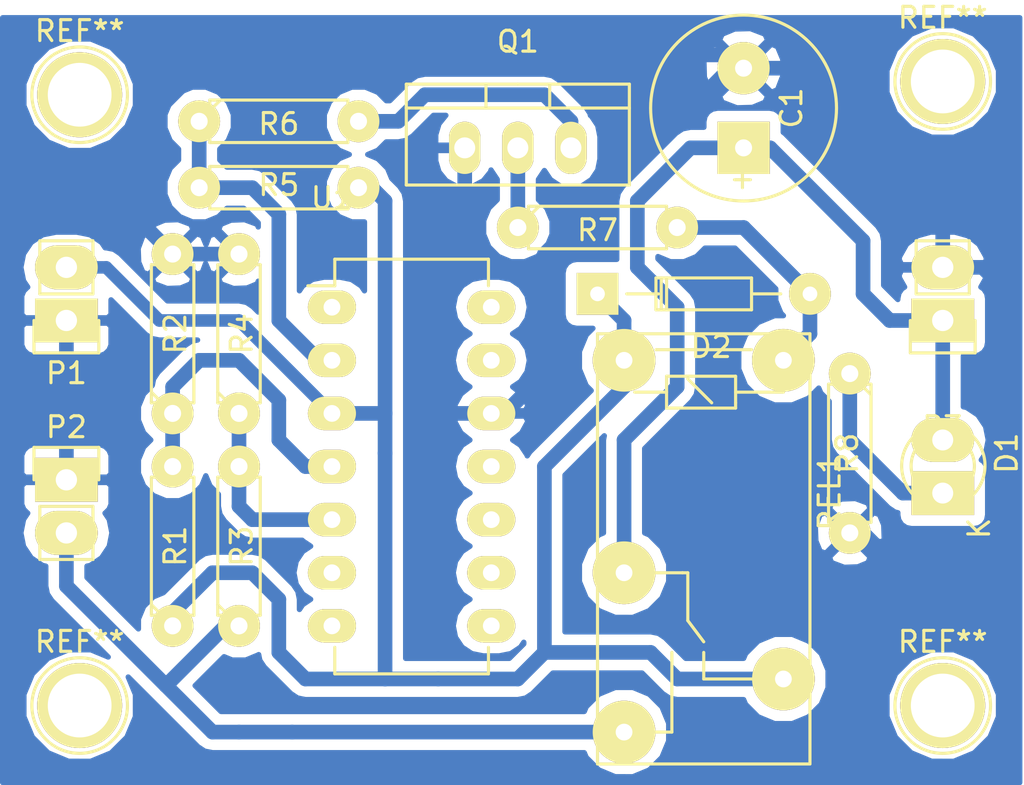
<source format=kicad_pcb>
(kicad_pcb (version 4) (host pcbnew 4.0.2+dfsg1-stable)

  (general
    (links 30)
    (no_connects 0)
    (area 0 0 0 0)
    (thickness 1.6)
    (drawings 0)
    (tracks 112)
    (zones 0)
    (modules 21)
    (nets 12)
  )

  (page A4)
  (layers
    (0 F.Cu signal)
    (31 B.Cu signal)
    (32 B.Adhes user)
    (33 F.Adhes user)
    (34 B.Paste user)
    (35 F.Paste user)
    (36 B.SilkS user)
    (37 F.SilkS user)
    (38 B.Mask user)
    (39 F.Mask user)
    (40 Dwgs.User user)
    (41 Cmts.User user)
    (42 Eco1.User user)
    (43 Eco2.User user)
    (44 Edge.Cuts user)
    (45 Margin user)
    (46 B.CrtYd user)
    (47 F.CrtYd user)
    (48 B.Fab user)
    (49 F.Fab user)
  )

  (setup
    (last_trace_width 0.25)
    (user_trace_width 0.4)
    (user_trace_width 0.5)
    (user_trace_width 0.6)
    (user_trace_width 0.7)
    (trace_clearance 0.2)
    (zone_clearance 0.508)
    (zone_45_only no)
    (trace_min 0.2)
    (segment_width 0.2)
    (edge_width 0.15)
    (via_size 0.6)
    (via_drill 0.4)
    (via_min_size 0.4)
    (via_min_drill 0.3)
    (uvia_size 0.3)
    (uvia_drill 0.1)
    (uvias_allowed no)
    (uvia_min_size 0.2)
    (uvia_min_drill 0.1)
    (pcb_text_width 0.3)
    (pcb_text_size 1.5 1.5)
    (mod_edge_width 0.15)
    (mod_text_size 1 1)
    (mod_text_width 0.15)
    (pad_size 2 2)
    (pad_drill 0.70104)
    (pad_to_mask_clearance 0.2)
    (aux_axis_origin 0 0)
    (visible_elements FFFFFF7F)
    (pcbplotparams
      (layerselection 0x00030_80000001)
      (usegerberextensions false)
      (excludeedgelayer true)
      (linewidth 0.100000)
      (plotframeref false)
      (viasonmask false)
      (mode 1)
      (useauxorigin false)
      (hpglpennumber 1)
      (hpglpenspeed 20)
      (hpglpendiameter 15)
      (hpglpenoverlay 2)
      (psnegative false)
      (psa4output false)
      (plotreference true)
      (plotvalue true)
      (plotinvisibletext false)
      (padsonsilk false)
      (subtractmaskfromsilk false)
      (outputformat 1)
      (mirror false)
      (drillshape 1)
      (scaleselection 1)
      (outputdirectory ""))
  )

  (net 0 "")
  (net 1 "Net-(C1-Pad1)")
  (net 2 GND)
  (net 3 "Net-(D1-Pad1)")
  (net 4 "Net-(P1-Pad2)")
  (net 5 "Net-(Q1-Pad2)")
  (net 6 "Net-(Q1-Pad3)")
  (net 7 "Net-(R1-Pad2)")
  (net 8 "Net-(R3-Pad2)")
  (net 9 "Net-(R5-Pad2)")
  (net 10 "Net-(D2-Pad2)")
  (net 11 "Net-(D2-Pad1)")

  (net_class Default "This is the default net class."
    (clearance 0.2)
    (trace_width 0.25)
    (via_dia 0.6)
    (via_drill 0.4)
    (uvia_dia 0.3)
    (uvia_drill 0.1)
    (add_net GND)
    (add_net "Net-(C1-Pad1)")
    (add_net "Net-(D1-Pad1)")
    (add_net "Net-(D2-Pad1)")
    (add_net "Net-(D2-Pad2)")
    (add_net "Net-(P1-Pad2)")
    (add_net "Net-(Q1-Pad2)")
    (add_net "Net-(Q1-Pad3)")
    (add_net "Net-(R1-Pad2)")
    (add_net "Net-(R3-Pad2)")
    (add_net "Net-(R5-Pad2)")
  )

  (module Connect:1pin (layer F.Cu) (tedit 0) (tstamp 58A56A5B)
    (at 123.19 106.68)
    (descr "module 1 pin (ou trou mecanique de percage)")
    (tags DEV)
    (fp_text reference REF** (at 0 -3.048) (layer F.SilkS)
      (effects (font (size 1 1) (thickness 0.15)))
    )
    (fp_text value 1pin (at 0 2.794) (layer F.Fab)
      (effects (font (size 1 1) (thickness 0.15)))
    )
    (fp_circle (center 0 0) (end 0 -2.286) (layer F.SilkS) (width 0.15))
    (pad 1 thru_hole circle (at 0 0) (size 4.064 4.064) (drill 3.048) (layers *.Cu *.Mask F.SilkS))
  )

  (module Connect:1pin (layer F.Cu) (tedit 0) (tstamp 58A56A56)
    (at 123.19 76.835)
    (descr "module 1 pin (ou trou mecanique de percage)")
    (tags DEV)
    (fp_text reference REF** (at 0 -3.048) (layer F.SilkS)
      (effects (font (size 1 1) (thickness 0.15)))
    )
    (fp_text value 1pin (at 0 2.794) (layer F.Fab)
      (effects (font (size 1 1) (thickness 0.15)))
    )
    (fp_circle (center 0 0) (end 0 -2.286) (layer F.SilkS) (width 0.15))
    (pad 1 thru_hole circle (at 0 0) (size 4.064 4.064) (drill 3.048) (layers *.Cu *.Mask F.SilkS))
  )

  (module Connect:1pin (layer F.Cu) (tedit 0) (tstamp 58A56A21)
    (at 81.915 106.68)
    (descr "module 1 pin (ou trou mecanique de percage)")
    (tags DEV)
    (fp_text reference REF** (at 0 -3.048) (layer F.SilkS)
      (effects (font (size 1 1) (thickness 0.15)))
    )
    (fp_text value 1pin (at 0 2.794) (layer F.Fab)
      (effects (font (size 1 1) (thickness 0.15)))
    )
    (fp_circle (center 0 0) (end 0 -2.286) (layer F.SilkS) (width 0.15))
    (pad 1 thru_hole circle (at 0 0) (size 4.064 4.064) (drill 3.048) (layers *.Cu *.Mask F.SilkS))
  )

  (module Discret:C1.5V8V (layer F.Cu) (tedit 589B636F) (tstamp 589B5EAB)
    (at 113.665 78.105 90)
    (path /589A419F)
    (fp_text reference C1 (at 0 2.286 90) (layer F.SilkS)
      (effects (font (size 1 1) (thickness 0.15)))
    )
    (fp_text value "1000u, 10V" (at 0 -2.286 90) (layer F.Fab)
      (effects (font (size 1 1) (thickness 0.15)))
    )
    (fp_text user + (at -3.429 -0.127 90) (layer F.SilkS)
      (effects (font (size 1 1) (thickness 0.15)))
    )
    (fp_circle (center 0 0) (end 0 4.445) (layer F.SilkS) (width 0.15))
    (pad 1 thru_hole rect (at -1.905 0 90) (size 2.5 2.5) (drill 0.8128) (layers *.Cu *.Mask F.SilkS)
      (net 1 "Net-(C1-Pad1)"))
    (pad 2 thru_hole circle (at 1.905 0 90) (size 2.5 2.5) (drill 0.8128) (layers *.Cu *.Mask F.SilkS)
      (net 2 GND))
    (model Discret.3dshapes/C1.5V8V.wrl
      (at (xyz 0 0 0))
      (scale (xyz 1.5 1.5 1))
      (rotate (xyz 0 0 0))
    )
  )

  (module LEDs:LED-3MM (layer F.Cu) (tedit 589B6391) (tstamp 589B5EB1)
    (at 123.19 96.52 90)
    (descr "LED 3mm round vertical")
    (tags "LED  3mm round vertical")
    (path /589A41EA)
    (fp_text reference D1 (at 1.91 3.06 90) (layer F.SilkS)
      (effects (font (size 1 1) (thickness 0.15)))
    )
    (fp_text value LED (at 1.3 -2.9 90) (layer F.Fab)
      (effects (font (size 1 1) (thickness 0.15)))
    )
    (fp_line (start -1.2 2.3) (end 3.8 2.3) (layer F.CrtYd) (width 0.05))
    (fp_line (start 3.8 2.3) (end 3.8 -2.2) (layer F.CrtYd) (width 0.05))
    (fp_line (start 3.8 -2.2) (end -1.2 -2.2) (layer F.CrtYd) (width 0.05))
    (fp_line (start -1.2 -2.2) (end -1.2 2.3) (layer F.CrtYd) (width 0.05))
    (fp_line (start -0.199 1.314) (end -0.199 1.114) (layer F.SilkS) (width 0.15))
    (fp_line (start -0.199 -1.28) (end -0.199 -1.1) (layer F.SilkS) (width 0.15))
    (fp_arc (start 1.301 0.034) (end -0.199 -1.286) (angle 108.5) (layer F.SilkS) (width 0.15))
    (fp_arc (start 1.301 0.034) (end 0.25 -1.1) (angle 85.7) (layer F.SilkS) (width 0.15))
    (fp_arc (start 1.311 0.034) (end 3.051 0.994) (angle 110) (layer F.SilkS) (width 0.15))
    (fp_arc (start 1.301 0.034) (end 2.335 1.094) (angle 87.5) (layer F.SilkS) (width 0.15))
    (fp_text user K (at -1.69 1.74 90) (layer F.SilkS)
      (effects (font (size 1 1) (thickness 0.15)))
    )
    (pad 1 thru_hole rect (at 0 0 180) (size 3 2.1) (drill 1.00076) (layers *.Cu *.Mask F.SilkS)
      (net 3 "Net-(D1-Pad1)"))
    (pad 2 thru_hole oval (at 2.54 0 90) (size 2.1 3) (drill 1.00076) (layers *.Cu *.Mask F.SilkS)
      (net 1 "Net-(C1-Pad1)"))
    (model LEDs.3dshapes/LED-3MM.wrl
      (at (xyz 0.05 0 0))
      (scale (xyz 1 1 1))
      (rotate (xyz 0 0 90))
    )
  )

  (module Pin_Headers:Pin_Header_Straight_1x02 (layer F.Cu) (tedit 54EA090C) (tstamp 589B5EB7)
    (at 81.28 95.885)
    (descr "Through hole pin header")
    (tags "pin header")
    (path /589A4C4D)
    (fp_text reference P1 (at 0 -5.1) (layer F.SilkS)
      (effects (font (size 1 1) (thickness 0.15)))
    )
    (fp_text value Bypass (at 0 -3.1) (layer F.Fab)
      (effects (font (size 1 1) (thickness 0.15)))
    )
    (fp_line (start 1.27 1.27) (end 1.27 3.81) (layer F.SilkS) (width 0.15))
    (fp_line (start 1.55 -1.55) (end 1.55 0) (layer F.SilkS) (width 0.15))
    (fp_line (start -1.75 -1.75) (end -1.75 4.3) (layer F.CrtYd) (width 0.05))
    (fp_line (start 1.75 -1.75) (end 1.75 4.3) (layer F.CrtYd) (width 0.05))
    (fp_line (start -1.75 -1.75) (end 1.75 -1.75) (layer F.CrtYd) (width 0.05))
    (fp_line (start -1.75 4.3) (end 1.75 4.3) (layer F.CrtYd) (width 0.05))
    (fp_line (start 1.27 1.27) (end -1.27 1.27) (layer F.SilkS) (width 0.15))
    (fp_line (start -1.55 0) (end -1.55 -1.55) (layer F.SilkS) (width 0.15))
    (fp_line (start -1.55 -1.55) (end 1.55 -1.55) (layer F.SilkS) (width 0.15))
    (fp_line (start -1.27 1.27) (end -1.27 3.81) (layer F.SilkS) (width 0.15))
    (fp_line (start -1.27 3.81) (end 1.27 3.81) (layer F.SilkS) (width 0.15))
    (pad 1 thru_hole rect (at 0 0) (size 3 2.1) (drill 1.016) (layers *.Cu *.Mask F.SilkS)
      (net 2 GND))
    (pad 2 thru_hole oval (at 0 2.54) (size 3 2.1) (drill 1.016) (layers *.Cu *.Mask F.SilkS)
      (net 4 "Net-(P1-Pad2)"))
    (model Pin_Headers.3dshapes/Pin_Header_Straight_1x02.wrl
      (at (xyz 0 -0.05 0))
      (scale (xyz 1 1 1))
      (rotate (xyz 0 0 90))
    )
  )

  (module Pin_Headers:Pin_Header_Straight_1x02 (layer F.Cu) (tedit 589B6341) (tstamp 589B5EBD)
    (at 81.28 88.265 180)
    (descr "Through hole pin header")
    (tags "pin header")
    (path /589A4C9E)
    (fp_text reference P2 (at 0 -5.1 180) (layer F.SilkS)
      (effects (font (size 1 1) (thickness 0.15)))
    )
    (fp_text value Bat.out (at 0 -3.1 180) (layer F.Fab)
      (effects (font (size 1 1) (thickness 0.15)))
    )
    (fp_line (start 1.27 1.27) (end 1.27 3.81) (layer F.SilkS) (width 0.15))
    (fp_line (start 1.55 -1.55) (end 1.55 0) (layer F.SilkS) (width 0.15))
    (fp_line (start -1.75 -1.75) (end -1.75 4.3) (layer F.CrtYd) (width 0.05))
    (fp_line (start 1.75 -1.75) (end 1.75 4.3) (layer F.CrtYd) (width 0.05))
    (fp_line (start -1.75 -1.75) (end 1.75 -1.75) (layer F.CrtYd) (width 0.05))
    (fp_line (start -1.75 4.3) (end 1.75 4.3) (layer F.CrtYd) (width 0.05))
    (fp_line (start 1.27 1.27) (end -1.27 1.27) (layer F.SilkS) (width 0.15))
    (fp_line (start -1.55 0) (end -1.55 -1.55) (layer F.SilkS) (width 0.15))
    (fp_line (start -1.55 -1.55) (end 1.55 -1.55) (layer F.SilkS) (width 0.15))
    (fp_line (start -1.27 1.27) (end -1.27 3.81) (layer F.SilkS) (width 0.15))
    (fp_line (start -1.27 3.81) (end 1.27 3.81) (layer F.SilkS) (width 0.15))
    (pad 1 thru_hole rect (at 0 0 180) (size 3 2.1) (drill 1.016) (layers *.Cu *.Mask F.SilkS)
      (net 2 GND))
    (pad 2 thru_hole oval (at 0 2.54 180) (size 3 2.1) (drill 1.016) (layers *.Cu *.Mask F.SilkS)
      (net 11 "Net-(D2-Pad1)"))
    (model Pin_Headers.3dshapes/Pin_Header_Straight_1x02.wrl
      (at (xyz 0 -0.05 0))
      (scale (xyz 1 1 1))
      (rotate (xyz 0 0 90))
    )
  )

  (module Pin_Headers:Pin_Header_Straight_1x02 (layer F.Cu) (tedit 54EA090C) (tstamp 589B5EC3)
    (at 123.19 88.265 180)
    (descr "Through hole pin header")
    (tags "pin header")
    (path /589A9132)
    (fp_text reference P3 (at 0 -5.1 180) (layer F.SilkS)
      (effects (font (size 1 1) (thickness 0.15)))
    )
    (fp_text value Out (at 0 -3.1 180) (layer F.Fab)
      (effects (font (size 1 1) (thickness 0.15)))
    )
    (fp_line (start 1.27 1.27) (end 1.27 3.81) (layer F.SilkS) (width 0.15))
    (fp_line (start 1.55 -1.55) (end 1.55 0) (layer F.SilkS) (width 0.15))
    (fp_line (start -1.75 -1.75) (end -1.75 4.3) (layer F.CrtYd) (width 0.05))
    (fp_line (start 1.75 -1.75) (end 1.75 4.3) (layer F.CrtYd) (width 0.05))
    (fp_line (start -1.75 -1.75) (end 1.75 -1.75) (layer F.CrtYd) (width 0.05))
    (fp_line (start -1.75 4.3) (end 1.75 4.3) (layer F.CrtYd) (width 0.05))
    (fp_line (start 1.27 1.27) (end -1.27 1.27) (layer F.SilkS) (width 0.15))
    (fp_line (start -1.55 0) (end -1.55 -1.55) (layer F.SilkS) (width 0.15))
    (fp_line (start -1.55 -1.55) (end 1.55 -1.55) (layer F.SilkS) (width 0.15))
    (fp_line (start -1.27 1.27) (end -1.27 3.81) (layer F.SilkS) (width 0.15))
    (fp_line (start -1.27 3.81) (end 1.27 3.81) (layer F.SilkS) (width 0.15))
    (pad 1 thru_hole rect (at 0 0 180) (size 3 2.1) (drill 1.016) (layers *.Cu *.Mask F.SilkS)
      (net 1 "Net-(C1-Pad1)"))
    (pad 2 thru_hole oval (at 0 2.54 180) (size 3 2.1) (drill 1.016) (layers *.Cu *.Mask F.SilkS)
      (net 2 GND))
    (model Pin_Headers.3dshapes/Pin_Header_Straight_1x02.wrl
      (at (xyz 0 -0.05 0))
      (scale (xyz 1 1 1))
      (rotate (xyz 0 0 90))
    )
  )

  (module TO_SOT_Packages_THT:TO-220_Neutral123_Vertical (layer F.Cu) (tedit 0) (tstamp 589B5ECA)
    (at 102.87 80.01)
    (descr "TO-220, Neutral, Vertical,")
    (tags "TO-220, Neutral, Vertical,")
    (path /589A4BC6)
    (fp_text reference Q1 (at 0 -5.08) (layer F.SilkS)
      (effects (font (size 1 1) (thickness 0.15)))
    )
    (fp_text value 5D669A (at 0 3.81) (layer F.Fab)
      (effects (font (size 1 1) (thickness 0.15)))
    )
    (fp_line (start -1.524 -3.048) (end -1.524 -1.905) (layer F.SilkS) (width 0.15))
    (fp_line (start 1.524 -3.048) (end 1.524 -1.905) (layer F.SilkS) (width 0.15))
    (fp_line (start 5.334 -1.905) (end 5.334 1.778) (layer F.SilkS) (width 0.15))
    (fp_line (start 5.334 1.778) (end -5.334 1.778) (layer F.SilkS) (width 0.15))
    (fp_line (start -5.334 1.778) (end -5.334 -1.905) (layer F.SilkS) (width 0.15))
    (fp_line (start 5.334 -3.048) (end 5.334 -1.905) (layer F.SilkS) (width 0.15))
    (fp_line (start 5.334 -1.905) (end -5.334 -1.905) (layer F.SilkS) (width 0.15))
    (fp_line (start -5.334 -1.905) (end -5.334 -3.048) (layer F.SilkS) (width 0.15))
    (fp_line (start 0 -3.048) (end -5.334 -3.048) (layer F.SilkS) (width 0.15))
    (fp_line (start 0 -3.048) (end 5.334 -3.048) (layer F.SilkS) (width 0.15))
    (pad 2 thru_hole oval (at 0 0 90) (size 2.49936 1.50114) (drill 1.00076) (layers *.Cu *.Mask F.SilkS)
      (net 5 "Net-(Q1-Pad2)"))
    (pad 1 thru_hole oval (at -2.54 0 90) (size 2.49936 1.50114) (drill 1.00076) (layers *.Cu *.Mask F.SilkS)
      (net 2 GND))
    (pad 3 thru_hole oval (at 2.54 0 90) (size 2.49936 1.50114) (drill 1.00076) (layers *.Cu *.Mask F.SilkS)
      (net 6 "Net-(Q1-Pad3)"))
    (model TO_SOT_Packages_THT.3dshapes/TO-220_Neutral123_Vertical.wrl
      (at (xyz 0 0 0))
      (scale (xyz 0.3937 0.3937 0.3937))
      (rotate (xyz 0 0 0))
    )
  )

  (module Discret:R3 (layer F.Cu) (tedit 0) (tstamp 589B5ED0)
    (at 86.36 99.06 90)
    (descr "Resitance 3 pas")
    (tags R)
    (path /589A406E)
    (fp_text reference R1 (at 0 0.127 90) (layer F.SilkS)
      (effects (font (size 1 1) (thickness 0.15)))
    )
    (fp_text value 10k (at 0 0.127 90) (layer F.Fab)
      (effects (font (size 1 1) (thickness 0.15)))
    )
    (fp_line (start -3.81 0) (end -3.302 0) (layer F.SilkS) (width 0.15))
    (fp_line (start 3.81 0) (end 3.302 0) (layer F.SilkS) (width 0.15))
    (fp_line (start 3.302 0) (end 3.302 -1.016) (layer F.SilkS) (width 0.15))
    (fp_line (start 3.302 -1.016) (end -3.302 -1.016) (layer F.SilkS) (width 0.15))
    (fp_line (start -3.302 -1.016) (end -3.302 1.016) (layer F.SilkS) (width 0.15))
    (fp_line (start -3.302 1.016) (end 3.302 1.016) (layer F.SilkS) (width 0.15))
    (fp_line (start 3.302 1.016) (end 3.302 0) (layer F.SilkS) (width 0.15))
    (fp_line (start -3.302 -0.508) (end -2.794 -1.016) (layer F.SilkS) (width 0.15))
    (pad 1 thru_hole circle (at -3.81 0 90) (size 2 2) (drill 0.8128) (layers *.Cu *.Mask F.SilkS)
      (net 11 "Net-(D2-Pad1)"))
    (pad 2 thru_hole circle (at 3.81 0 90) (size 2 2) (drill 0.8128) (layers *.Cu *.Mask F.SilkS)
      (net 7 "Net-(R1-Pad2)"))
    (model Discret.3dshapes/R3.wrl
      (at (xyz 0 0 0))
      (scale (xyz 0.3 0.3 0.3))
      (rotate (xyz 0 0 0))
    )
  )

  (module Discret:R3 (layer F.Cu) (tedit 589B630F) (tstamp 589B5ED6)
    (at 86.36 88.9 90)
    (descr "Resitance 3 pas")
    (tags R)
    (path /589A402C)
    (fp_text reference R2 (at 0 0.127 90) (layer F.SilkS)
      (effects (font (size 1 1) (thickness 0.15)))
    )
    (fp_text value 1k (at 0 0.127 90) (layer F.Fab)
      (effects (font (size 1 1) (thickness 0.15)))
    )
    (fp_line (start -3.81 0) (end -3.302 0) (layer F.SilkS) (width 0.15))
    (fp_line (start 3.81 0) (end 3.302 0) (layer F.SilkS) (width 0.15))
    (fp_line (start 3.302 0) (end 3.302 -1.016) (layer F.SilkS) (width 0.15))
    (fp_line (start 3.302 -1.016) (end -3.302 -1.016) (layer F.SilkS) (width 0.15))
    (fp_line (start -3.302 -1.016) (end -3.302 1.016) (layer F.SilkS) (width 0.15))
    (fp_line (start -3.302 1.016) (end 3.302 1.016) (layer F.SilkS) (width 0.15))
    (fp_line (start 3.302 1.016) (end 3.302 0) (layer F.SilkS) (width 0.15))
    (fp_line (start -3.302 -0.508) (end -2.794 -1.016) (layer F.SilkS) (width 0.15))
    (pad 1 thru_hole circle (at -3.81 0 90) (size 2 2) (drill 0.8128) (layers *.Cu *.Mask F.SilkS)
      (net 7 "Net-(R1-Pad2)"))
    (pad 2 thru_hole circle (at 3.81 0 90) (size 2 2) (drill 0.8128) (layers *.Cu *.Mask F.SilkS)
      (net 2 GND))
    (model Discret.3dshapes/R3.wrl
      (at (xyz 0 0 0))
      (scale (xyz 0.3 0.3 0.3))
      (rotate (xyz 0 0 0))
    )
  )

  (module Discret:R3 (layer F.Cu) (tedit 0) (tstamp 589B5EDC)
    (at 89.535 99.06 90)
    (descr "Resitance 3 pas")
    (tags R)
    (path /589A40DA)
    (fp_text reference R3 (at 0 0.127 90) (layer F.SilkS)
      (effects (font (size 1 1) (thickness 0.15)))
    )
    (fp_text value 10k (at 0 0.127 90) (layer F.Fab)
      (effects (font (size 1 1) (thickness 0.15)))
    )
    (fp_line (start -3.81 0) (end -3.302 0) (layer F.SilkS) (width 0.15))
    (fp_line (start 3.81 0) (end 3.302 0) (layer F.SilkS) (width 0.15))
    (fp_line (start 3.302 0) (end 3.302 -1.016) (layer F.SilkS) (width 0.15))
    (fp_line (start 3.302 -1.016) (end -3.302 -1.016) (layer F.SilkS) (width 0.15))
    (fp_line (start -3.302 -1.016) (end -3.302 1.016) (layer F.SilkS) (width 0.15))
    (fp_line (start -3.302 1.016) (end 3.302 1.016) (layer F.SilkS) (width 0.15))
    (fp_line (start 3.302 1.016) (end 3.302 0) (layer F.SilkS) (width 0.15))
    (fp_line (start -3.302 -0.508) (end -2.794 -1.016) (layer F.SilkS) (width 0.15))
    (pad 1 thru_hole circle (at -3.81 0 90) (size 2 2) (drill 0.8128) (layers *.Cu *.Mask F.SilkS)
      (net 4 "Net-(P1-Pad2)"))
    (pad 2 thru_hole circle (at 3.81 0 90) (size 2 2) (drill 0.8128) (layers *.Cu *.Mask F.SilkS)
      (net 8 "Net-(R3-Pad2)"))
    (model Discret.3dshapes/R3.wrl
      (at (xyz 0 0 0))
      (scale (xyz 0.3 0.3 0.3))
      (rotate (xyz 0 0 0))
    )
  )

  (module Discret:R3 (layer F.Cu) (tedit 0) (tstamp 589B5EE2)
    (at 89.535 88.9 90)
    (descr "Resitance 3 pas")
    (tags R)
    (path /589A40A4)
    (fp_text reference R4 (at 0 0.127 90) (layer F.SilkS)
      (effects (font (size 1 1) (thickness 0.15)))
    )
    (fp_text value 1k (at 0 0.127 90) (layer F.Fab)
      (effects (font (size 1 1) (thickness 0.15)))
    )
    (fp_line (start -3.81 0) (end -3.302 0) (layer F.SilkS) (width 0.15))
    (fp_line (start 3.81 0) (end 3.302 0) (layer F.SilkS) (width 0.15))
    (fp_line (start 3.302 0) (end 3.302 -1.016) (layer F.SilkS) (width 0.15))
    (fp_line (start 3.302 -1.016) (end -3.302 -1.016) (layer F.SilkS) (width 0.15))
    (fp_line (start -3.302 -1.016) (end -3.302 1.016) (layer F.SilkS) (width 0.15))
    (fp_line (start -3.302 1.016) (end 3.302 1.016) (layer F.SilkS) (width 0.15))
    (fp_line (start 3.302 1.016) (end 3.302 0) (layer F.SilkS) (width 0.15))
    (fp_line (start -3.302 -0.508) (end -2.794 -1.016) (layer F.SilkS) (width 0.15))
    (pad 1 thru_hole circle (at -3.81 0 90) (size 2 2) (drill 0.8128) (layers *.Cu *.Mask F.SilkS)
      (net 8 "Net-(R3-Pad2)"))
    (pad 2 thru_hole circle (at 3.81 0 90) (size 2 2) (drill 0.8128) (layers *.Cu *.Mask F.SilkS)
      (net 2 GND))
    (model Discret.3dshapes/R3.wrl
      (at (xyz 0 0 0))
      (scale (xyz 0.3 0.3 0.3))
      (rotate (xyz 0 0 0))
    )
  )

  (module Discret:R3 (layer F.Cu) (tedit 0) (tstamp 589B5EE8)
    (at 91.44 81.915 180)
    (descr "Resitance 3 pas")
    (tags R)
    (path /589A4008)
    (fp_text reference R5 (at 0 0.127 180) (layer F.SilkS)
      (effects (font (size 1 1) (thickness 0.15)))
    )
    (fp_text value 3k (at 0 0.127 180) (layer F.Fab)
      (effects (font (size 1 1) (thickness 0.15)))
    )
    (fp_line (start -3.81 0) (end -3.302 0) (layer F.SilkS) (width 0.15))
    (fp_line (start 3.81 0) (end 3.302 0) (layer F.SilkS) (width 0.15))
    (fp_line (start 3.302 0) (end 3.302 -1.016) (layer F.SilkS) (width 0.15))
    (fp_line (start 3.302 -1.016) (end -3.302 -1.016) (layer F.SilkS) (width 0.15))
    (fp_line (start -3.302 -1.016) (end -3.302 1.016) (layer F.SilkS) (width 0.15))
    (fp_line (start -3.302 1.016) (end 3.302 1.016) (layer F.SilkS) (width 0.15))
    (fp_line (start 3.302 1.016) (end 3.302 0) (layer F.SilkS) (width 0.15))
    (fp_line (start -3.302 -0.508) (end -2.794 -1.016) (layer F.SilkS) (width 0.15))
    (pad 1 thru_hole circle (at -3.81 0 180) (size 2 2) (drill 0.8128) (layers *.Cu *.Mask F.SilkS)
      (net 11 "Net-(D2-Pad1)"))
    (pad 2 thru_hole circle (at 3.81 0 180) (size 2 2) (drill 0.8128) (layers *.Cu *.Mask F.SilkS)
      (net 9 "Net-(R5-Pad2)"))
    (model Discret.3dshapes/R3.wrl
      (at (xyz 0 0 0))
      (scale (xyz 0.3 0.3 0.3))
      (rotate (xyz 0 0 0))
    )
  )

  (module Discret:R3 (layer F.Cu) (tedit 0) (tstamp 589B5EEE)
    (at 91.44 78.74)
    (descr "Resitance 3 pas")
    (tags R)
    (path /589A3FE7)
    (fp_text reference R6 (at 0 0.127) (layer F.SilkS)
      (effects (font (size 1 1) (thickness 0.15)))
    )
    (fp_text value Rb (at 0 0.127) (layer F.Fab)
      (effects (font (size 1 1) (thickness 0.15)))
    )
    (fp_line (start -3.81 0) (end -3.302 0) (layer F.SilkS) (width 0.15))
    (fp_line (start 3.81 0) (end 3.302 0) (layer F.SilkS) (width 0.15))
    (fp_line (start 3.302 0) (end 3.302 -1.016) (layer F.SilkS) (width 0.15))
    (fp_line (start 3.302 -1.016) (end -3.302 -1.016) (layer F.SilkS) (width 0.15))
    (fp_line (start -3.302 -1.016) (end -3.302 1.016) (layer F.SilkS) (width 0.15))
    (fp_line (start -3.302 1.016) (end 3.302 1.016) (layer F.SilkS) (width 0.15))
    (fp_line (start 3.302 1.016) (end 3.302 0) (layer F.SilkS) (width 0.15))
    (fp_line (start -3.302 -0.508) (end -2.794 -1.016) (layer F.SilkS) (width 0.15))
    (pad 1 thru_hole circle (at -3.81 0) (size 2 2) (drill 0.8128) (layers *.Cu *.Mask F.SilkS)
      (net 9 "Net-(R5-Pad2)"))
    (pad 2 thru_hole circle (at 3.81 0) (size 2 2) (drill 0.8128) (layers *.Cu *.Mask F.SilkS)
      (net 6 "Net-(Q1-Pad3)"))
    (model Discret.3dshapes/R3.wrl
      (at (xyz 0 0 0))
      (scale (xyz 0.3 0.3 0.3))
      (rotate (xyz 0 0 0))
    )
  )

  (module Discret:R3 (layer F.Cu) (tedit 0) (tstamp 589B5EF4)
    (at 106.68 83.82)
    (descr "Resitance 3 pas")
    (tags R)
    (path /589A886D)
    (fp_text reference R7 (at 0 0.127) (layer F.SilkS)
      (effects (font (size 1 1) (thickness 0.15)))
    )
    (fp_text value Rc (at 0 0.127) (layer F.Fab)
      (effects (font (size 1 1) (thickness 0.15)))
    )
    (fp_line (start -3.81 0) (end -3.302 0) (layer F.SilkS) (width 0.15))
    (fp_line (start 3.81 0) (end 3.302 0) (layer F.SilkS) (width 0.15))
    (fp_line (start 3.302 0) (end 3.302 -1.016) (layer F.SilkS) (width 0.15))
    (fp_line (start 3.302 -1.016) (end -3.302 -1.016) (layer F.SilkS) (width 0.15))
    (fp_line (start -3.302 -1.016) (end -3.302 1.016) (layer F.SilkS) (width 0.15))
    (fp_line (start -3.302 1.016) (end 3.302 1.016) (layer F.SilkS) (width 0.15))
    (fp_line (start 3.302 1.016) (end 3.302 0) (layer F.SilkS) (width 0.15))
    (fp_line (start -3.302 -0.508) (end -2.794 -1.016) (layer F.SilkS) (width 0.15))
    (pad 1 thru_hole circle (at -3.81 0) (size 2 2) (drill 0.8128) (layers *.Cu *.Mask F.SilkS)
      (net 5 "Net-(Q1-Pad2)"))
    (pad 2 thru_hole circle (at 3.81 0) (size 2 2) (drill 0.8128) (layers *.Cu *.Mask F.SilkS)
      (net 10 "Net-(D2-Pad2)"))
    (model Discret.3dshapes/R3.wrl
      (at (xyz 0 0 0))
      (scale (xyz 0.3 0.3 0.3))
      (rotate (xyz 0 0 0))
    )
  )

  (module Housings_DIP:DIP-14_W7.62mm_LongPads (layer F.Cu) (tedit 54130A77) (tstamp 589B5F0C)
    (at 93.98 87.63)
    (descr "14-lead dip package, row spacing 7.62 mm (300 mils), longer pads")
    (tags "dil dip 2.54 300")
    (path /589A3E66)
    (fp_text reference U1 (at 0 -5.22) (layer F.SilkS)
      (effects (font (size 1 1) (thickness 0.15)))
    )
    (fp_text value LM339 (at 0 -3.72) (layer F.Fab)
      (effects (font (size 1 1) (thickness 0.15)))
    )
    (fp_line (start -1.4 -2.45) (end -1.4 17.7) (layer F.CrtYd) (width 0.05))
    (fp_line (start 9 -2.45) (end 9 17.7) (layer F.CrtYd) (width 0.05))
    (fp_line (start -1.4 -2.45) (end 9 -2.45) (layer F.CrtYd) (width 0.05))
    (fp_line (start -1.4 17.7) (end 9 17.7) (layer F.CrtYd) (width 0.05))
    (fp_line (start 0.135 -2.295) (end 0.135 -1.025) (layer F.SilkS) (width 0.15))
    (fp_line (start 7.485 -2.295) (end 7.485 -1.025) (layer F.SilkS) (width 0.15))
    (fp_line (start 7.485 17.535) (end 7.485 16.265) (layer F.SilkS) (width 0.15))
    (fp_line (start 0.135 17.535) (end 0.135 16.265) (layer F.SilkS) (width 0.15))
    (fp_line (start 0.135 -2.295) (end 7.485 -2.295) (layer F.SilkS) (width 0.15))
    (fp_line (start 0.135 17.535) (end 7.485 17.535) (layer F.SilkS) (width 0.15))
    (fp_line (start 0.135 -1.025) (end -1.15 -1.025) (layer F.SilkS) (width 0.15))
    (pad 1 thru_hole oval (at 0 0) (size 2.3 1.6) (drill 0.8) (layers *.Cu *.Mask F.SilkS))
    (pad 2 thru_hole oval (at 0 2.54) (size 2.3 1.6) (drill 0.8) (layers *.Cu *.Mask F.SilkS)
      (net 9 "Net-(R5-Pad2)"))
    (pad 3 thru_hole oval (at 0 5.08) (size 2.3 1.6) (drill 0.8) (layers *.Cu *.Mask F.SilkS)
      (net 11 "Net-(D2-Pad1)"))
    (pad 4 thru_hole oval (at 0 7.62) (size 2.3 1.6) (drill 0.8) (layers *.Cu *.Mask F.SilkS)
      (net 7 "Net-(R1-Pad2)"))
    (pad 5 thru_hole oval (at 0 10.16) (size 2.3 1.6) (drill 0.8) (layers *.Cu *.Mask F.SilkS)
      (net 8 "Net-(R3-Pad2)"))
    (pad 6 thru_hole oval (at 0 12.7) (size 2.3 1.6) (drill 0.8) (layers *.Cu *.Mask F.SilkS))
    (pad 7 thru_hole oval (at 0 15.24) (size 2.3 1.6) (drill 0.8) (layers *.Cu *.Mask F.SilkS))
    (pad 8 thru_hole oval (at 7.62 15.24) (size 2.3 1.6) (drill 0.8) (layers *.Cu *.Mask F.SilkS))
    (pad 9 thru_hole oval (at 7.62 12.7) (size 2.3 1.6) (drill 0.8) (layers *.Cu *.Mask F.SilkS))
    (pad 10 thru_hole oval (at 7.62 10.16) (size 2.3 1.6) (drill 0.8) (layers *.Cu *.Mask F.SilkS))
    (pad 11 thru_hole oval (at 7.62 7.62) (size 2.3 1.6) (drill 0.8) (layers *.Cu *.Mask F.SilkS))
    (pad 12 thru_hole oval (at 7.62 5.08) (size 2.3 1.6) (drill 0.8) (layers *.Cu *.Mask F.SilkS)
      (net 2 GND))
    (pad 13 thru_hole oval (at 7.62 2.54) (size 2.3 1.6) (drill 0.8) (layers *.Cu *.Mask F.SilkS))
    (pad 14 thru_hole oval (at 7.62 0) (size 2.3 1.6) (drill 0.8) (layers *.Cu *.Mask F.SilkS))
    (model Housings_DIP.3dshapes/DIP-14_W7.62mm_LongPads.wrl
      (at (xyz 0 0 0))
      (scale (xyz 1 1 1))
      (rotate (xyz 0 0 0))
    )
  )

  (module Discret:R3 (layer F.Cu) (tedit 0) (tstamp 589B5FA5)
    (at 118.745 94.615 270)
    (descr "Resitance 3 pas")
    (tags R)
    (path /589A3F8A)
    (fp_text reference R8 (at 0 0.127 270) (layer F.SilkS)
      (effects (font (size 1 1) (thickness 0.15)))
    )
    (fp_text value 300R (at 0 0.127 270) (layer F.Fab)
      (effects (font (size 1 1) (thickness 0.15)))
    )
    (fp_line (start -3.81 0) (end -3.302 0) (layer F.SilkS) (width 0.15))
    (fp_line (start 3.81 0) (end 3.302 0) (layer F.SilkS) (width 0.15))
    (fp_line (start 3.302 0) (end 3.302 -1.016) (layer F.SilkS) (width 0.15))
    (fp_line (start 3.302 -1.016) (end -3.302 -1.016) (layer F.SilkS) (width 0.15))
    (fp_line (start -3.302 -1.016) (end -3.302 1.016) (layer F.SilkS) (width 0.15))
    (fp_line (start -3.302 1.016) (end 3.302 1.016) (layer F.SilkS) (width 0.15))
    (fp_line (start 3.302 1.016) (end 3.302 0) (layer F.SilkS) (width 0.15))
    (fp_line (start -3.302 -0.508) (end -2.794 -1.016) (layer F.SilkS) (width 0.15))
    (pad 1 thru_hole circle (at -3.81 0 270) (size 2 2) (drill 0.8128) (layers *.Cu *.Mask F.SilkS)
      (net 3 "Net-(D1-Pad1)"))
    (pad 2 thru_hole circle (at 3.81 0 270) (size 2 2) (drill 0.8128) (layers *.Cu *.Mask F.SilkS)
      (net 2 GND))
    (model Discret.3dshapes/R3.wrl
      (at (xyz 0 0 0))
      (scale (xyz 0.3 0.3 0.3))
      (rotate (xyz 0 0 0))
    )
  )

  (module relay_omron:Relay_SPDS_OMRON-G6E (layer F.Cu) (tedit 589B6265) (tstamp 589B664A)
    (at 107.95 90.17 270)
    (descr "Relay, SPDT, Omron, Serie, G6E,")
    (tags "Relay, SPDT, Omron, Serie, G6E, 1 x um, Relay")
    (path /589A4B25)
    (fp_text reference REL1 (at 6.30936 -9.82726 270) (layer F.SilkS)
      (effects (font (size 1 1) (thickness 0.15)))
    )
    (fp_text value G5SB-14 (at 5.08 3.81 270) (layer F.Fab)
      (effects (font (size 1 1) (thickness 0.15)))
    )
    (fp_line (start 10.16 -3.048) (end 12.446 -3.048) (layer F.SilkS) (width 0.15))
    (fp_line (start 12.446 -3.048) (end 13.462 -3.81) (layer F.SilkS) (width 0.15))
    (fp_line (start 10.16 -1.27) (end 10.16 -2.794) (layer F.SilkS) (width 0.15))
    (fp_line (start 10.16 -2.794) (end 10.16 -3.048) (layer F.SilkS) (width 0.15))
    (fp_line (start 17.78 -1.016) (end 17.78 -2.286) (layer F.SilkS) (width 0.15))
    (fp_line (start 17.78 -2.286) (end 13.97 -2.286) (layer F.SilkS) (width 0.15))
    (fp_line (start 15.24 -6.096) (end 15.24 -3.81) (layer F.SilkS) (width 0.15))
    (fp_line (start 15.24 -3.81) (end 13.97 -3.81) (layer F.SilkS) (width 0.15))
    (fp_line (start 13.97 -8.89) (end 19.304 -8.89) (layer F.SilkS) (width 0.15))
    (fp_line (start 19.304 -8.89) (end 19.304 1.27) (layer F.SilkS) (width 0.15))
    (fp_line (start 19.304 1.27) (end 13.97 1.27) (layer F.SilkS) (width 0.15))
    (fp_line (start -0.508 -6.096) (end -0.508 -1.524) (layer F.SilkS) (width 0.15))
    (fp_line (start 2.032 -5.334) (end 2.286 -5.334) (layer F.SilkS) (width 0.15))
    (fp_line (start 2.286 -5.334) (end 2.286 -2.032) (layer F.SilkS) (width 0.15))
    (fp_line (start 2.286 -2.032) (end 2.032 -2.032) (layer F.SilkS) (width 0.15))
    (fp_line (start 1.524 -2.032) (end 1.524 -0.508) (layer F.SilkS) (width 0.15))
    (fp_line (start 1.524 -7.62) (end 1.524 -5.334) (layer F.SilkS) (width 0.15))
    (fp_line (start 0.762 -5.334) (end 0.762 -2.032) (layer F.SilkS) (width 0.15))
    (fp_line (start 0.762 -2.032) (end 2.032 -2.032) (layer F.SilkS) (width 0.15))
    (fp_line (start 2.032 -5.334) (end 0.762 -5.334) (layer F.SilkS) (width 0.15))
    (fp_line (start 0.889 -3.048) (end 2.032 -4.191) (layer F.SilkS) (width 0.15))
    (fp_line (start -1.27 -8.89) (end -1.27 1.27) (layer F.SilkS) (width 0.15))
    (fp_line (start -1.27 1.27) (end 13.97 1.27) (layer F.SilkS) (width 0.15))
    (fp_line (start 13.97 -8.89) (end -1.27 -8.89) (layer F.SilkS) (width 0.15))
    (pad 1 thru_hole circle (at 0 0 270) (size 3 3) (drill 0.8001) (layers *.Cu *.Mask F.SilkS)
      (net 11 "Net-(D2-Pad1)"))
    (pad 5 thru_hole circle (at 0 -7.62 270) (size 3 3) (drill 0.8001) (layers *.Cu *.Mask F.SilkS)
      (net 10 "Net-(D2-Pad2)"))
    (pad 2 thru_hole circle (at 10.16 0 270) (size 3 3) (drill 0.8001) (layers *.Cu *.Mask F.SilkS)
      (net 1 "Net-(C1-Pad1)"))
    (pad 3 thru_hole circle (at 17.78 0 270) (size 3 3) (drill 0.8001) (layers *.Cu *.Mask F.SilkS)
      (net 4 "Net-(P1-Pad2)"))
    (pad 4 thru_hole circle (at 15.24 -7.62 270) (size 3 3) (drill 0.8001) (layers *.Cu *.Mask F.SilkS)
      (net 11 "Net-(D2-Pad1)"))
    (model Relays_ThroughHole.3dshapes/Relay_SPDS_OMRON-G6E.wrl
      (at (xyz 0 0 0))
      (scale (xyz 1 1 1))
      (rotate (xyz 0 0 0))
    )
  )

  (module Diodes_ThroughHole:Diode_DO-35_SOD27_Horizontal_RM10 (layer F.Cu) (tedit 58A3478F) (tstamp 58A346D7)
    (at 106.68 86.995)
    (descr "Diode, DO-35,  SOD27, Horizontal, RM 10mm")
    (tags "Diode, DO-35, SOD27, Horizontal, RM 10mm, 1N4148,")
    (path /58A3476E)
    (fp_text reference D2 (at 5.43052 2.53746) (layer F.SilkS)
      (effects (font (size 1 1) (thickness 0.15)))
    )
    (fp_text value 1n4148 (at 4.41452 -3.55854) (layer F.Fab)
      (effects (font (size 1 1) (thickness 0.15)))
    )
    (fp_line (start 7.36652 -0.00254) (end 8.76352 -0.00254) (layer F.SilkS) (width 0.15))
    (fp_line (start 2.92152 -0.00254) (end 1.39752 -0.00254) (layer F.SilkS) (width 0.15))
    (fp_line (start 3.30252 -0.76454) (end 3.30252 0.75946) (layer F.SilkS) (width 0.15))
    (fp_line (start 3.04852 -0.76454) (end 3.04852 0.75946) (layer F.SilkS) (width 0.15))
    (fp_line (start 2.79452 -0.00254) (end 2.79452 0.75946) (layer F.SilkS) (width 0.15))
    (fp_line (start 2.79452 0.75946) (end 7.36652 0.75946) (layer F.SilkS) (width 0.15))
    (fp_line (start 7.36652 0.75946) (end 7.36652 -0.76454) (layer F.SilkS) (width 0.15))
    (fp_line (start 7.36652 -0.76454) (end 2.79452 -0.76454) (layer F.SilkS) (width 0.15))
    (fp_line (start 2.79452 -0.76454) (end 2.79452 -0.00254) (layer F.SilkS) (width 0.15))
    (pad 2 thru_hole circle (at 10.16052 -0.00254 180) (size 2 2) (drill 0.70104) (layers *.Cu *.Mask F.SilkS)
      (net 10 "Net-(D2-Pad2)"))
    (pad 1 thru_hole rect (at 0.00052 -0.00254 180) (size 2 2) (drill 0.70104) (layers *.Cu *.Mask F.SilkS)
      (net 11 "Net-(D2-Pad1)"))
    (model Diodes_ThroughHole.3dshapes/Diode_DO-35_SOD27_Horizontal_RM10.wrl
      (at (xyz 0.2 0 0))
      (scale (xyz 0.4 0.4 0.4))
      (rotate (xyz 0 0 180))
    )
  )

  (module Connect:1pin (layer F.Cu) (tedit 0) (tstamp 58A347C4)
    (at 81.915 77.47)
    (descr "module 1 pin (ou trou mecanique de percage)")
    (tags DEV)
    (fp_text reference REF** (at 0 -3.048) (layer F.SilkS)
      (effects (font (size 1 1) (thickness 0.15)))
    )
    (fp_text value 1pin (at 0 2.794) (layer F.Fab)
      (effects (font (size 1 1) (thickness 0.15)))
    )
    (fp_circle (center 0 0) (end 0 -2.286) (layer F.SilkS) (width 0.15))
    (pad 1 thru_hole circle (at 0 0) (size 4.064 4.064) (drill 3.048) (layers *.Cu *.Mask F.SilkS))
  )

  (segment (start 123.19 93.98) (end 123.19 88.265) (width 0.7) (layer B.Cu) (net 1))
  (segment (start 113.665 80.01) (end 114.935 80.01) (width 0.7) (layer B.Cu) (net 1))
  (segment (start 120.65 88.265) (end 123.19 88.265) (width 0.7) (layer B.Cu) (net 1) (tstamp 58A34FE7))
  (segment (start 119.38 86.995) (end 120.65 88.265) (width 0.7) (layer B.Cu) (net 1) (tstamp 58A34FE6))
  (segment (start 119.38 84.455) (end 119.38 86.995) (width 0.7) (layer B.Cu) (net 1) (tstamp 58A34FE4))
  (segment (start 114.935 80.01) (end 119.38 84.455) (width 0.7) (layer B.Cu) (net 1) (tstamp 58A34FE3))
  (segment (start 107.95 100.33) (end 107.95 93.98) (width 0.7) (layer B.Cu) (net 1))
  (segment (start 111.125 80.01) (end 113.665 80.01) (width 0.7) (layer B.Cu) (net 1) (tstamp 58A34F6E))
  (segment (start 108.585 82.55) (end 111.125 80.01) (width 0.7) (layer B.Cu) (net 1) (tstamp 58A34F6D))
  (segment (start 108.585 85.725) (end 108.585 82.55) (width 0.7) (layer B.Cu) (net 1) (tstamp 58A34F6C))
  (segment (start 110.49 87.63) (end 108.585 85.725) (width 0.7) (layer B.Cu) (net 1) (tstamp 58A34F6B))
  (segment (start 110.49 91.44) (end 110.49 87.63) (width 0.7) (layer B.Cu) (net 1) (tstamp 58A34F6A))
  (segment (start 107.95 93.98) (end 110.49 91.44) (width 0.7) (layer B.Cu) (net 1) (tstamp 58A34F68))
  (segment (start 118.745 98.425) (end 119.38 98.425) (width 0.7) (layer B.Cu) (net 2))
  (segment (start 119.38 98.425) (end 120.015 99.06) (width 0.7) (layer B.Cu) (net 2) (tstamp 58A3501D))
  (segment (start 120.015 99.06) (end 124.46 99.06) (width 0.7) (layer B.Cu) (net 2) (tstamp 58A3501E))
  (segment (start 124.46 99.06) (end 125.73 97.79) (width 0.7) (layer B.Cu) (net 2) (tstamp 58A3501F))
  (segment (start 125.73 97.79) (end 125.73 86.36) (width 0.7) (layer B.Cu) (net 2) (tstamp 58A35020))
  (segment (start 125.73 86.36) (end 125.095 85.725) (width 0.7) (layer B.Cu) (net 2) (tstamp 58A35021))
  (segment (start 125.095 85.725) (end 123.19 85.725) (width 0.7) (layer B.Cu) (net 2) (tstamp 58A35022))
  (segment (start 113.665 76.2) (end 115.57 76.2) (width 0.7) (layer B.Cu) (net 2))
  (segment (start 123.19 83.82) (end 123.19 85.725) (width 0.7) (layer B.Cu) (net 2) (tstamp 58A34FDB))
  (segment (start 115.57 76.2) (end 123.19 83.82) (width 0.7) (layer B.Cu) (net 2) (tstamp 58A34FDA))
  (segment (start 101.6 92.71) (end 102.235 92.71) (width 0.7) (layer B.Cu) (net 2))
  (segment (start 102.235 92.71) (end 104.14 90.805) (width 0.7) (layer B.Cu) (net 2) (tstamp 58A34F71))
  (segment (start 104.14 85.09) (end 113.03 76.2) (width 0.7) (layer B.Cu) (net 2) (tstamp 58A34F73))
  (segment (start 104.14 90.805) (end 104.14 85.09) (width 0.7) (layer B.Cu) (net 2) (tstamp 58A34F72))
  (segment (start 113.03 76.2) (end 113.665 76.2) (width 0.7) (layer B.Cu) (net 2) (tstamp 58A34F75))
  (segment (start 113.03 75.565) (end 108.585 75.565) (width 0.7) (layer B.Cu) (net 2))
  (segment (start 88.265 75.565) (end 85.09 78.74) (width 0.7) (layer B.Cu) (net 2) (tstamp 58A34BA0))
  (segment (start 85.09 78.74) (end 85.09 83.82) (width 0.7) (layer B.Cu) (net 2) (tstamp 58A34BA2))
  (segment (start 85.09 83.82) (end 86.36 85.09) (width 0.7) (layer B.Cu) (net 2) (tstamp 58A34BA4))
  (segment (start 92.71 75.565) (end 107.315 75.565) (width 0.7) (layer B.Cu) (net 2) (tstamp 589B6DAF))
  (segment (start 92.71 75.565) (end 92.075 75.565) (width 0.7) (layer B.Cu) (net 2))
  (segment (start 92.075 75.565) (end 88.265 75.565) (width 0.7) (layer B.Cu) (net 2))
  (segment (start 107.315 75.565) (end 108.585 75.565) (width 0.7) (layer B.Cu) (net 2))
  (segment (start 113.03 75.565) (end 113.665 76.2) (width 0.7) (layer B.Cu) (net 2) (tstamp 58A34F65))
  (segment (start 100.33 80.01) (end 100.33 85.09) (width 0.7) (layer B.Cu) (net 2))
  (segment (start 99.695 92.71) (end 101.6 92.71) (width 0.7) (layer B.Cu) (net 2) (tstamp 58A34E7F))
  (segment (start 99.06 92.075) (end 99.695 92.71) (width 0.7) (layer B.Cu) (net 2) (tstamp 58A34E7E))
  (segment (start 99.06 86.36) (end 99.06 92.075) (width 0.7) (layer B.Cu) (net 2) (tstamp 58A34E7D))
  (segment (start 100.33 85.09) (end 99.06 86.36) (width 0.7) (layer B.Cu) (net 2) (tstamp 58A34E7C))
  (segment (start 86.36 85.09) (end 89.535 85.09) (width 0.7) (layer B.Cu) (net 2))
  (segment (start 81.28 88.265) (end 81.28 95.885) (width 0.7) (layer B.Cu) (net 2))
  (segment (start 123.19 96.52) (end 121.285 96.52) (width 0.7) (layer B.Cu) (net 3))
  (segment (start 118.745 93.98) (end 118.745 90.805) (width 0.7) (layer B.Cu) (net 3) (tstamp 58A35019))
  (segment (start 121.285 96.52) (end 118.745 93.98) (width 0.7) (layer B.Cu) (net 3) (tstamp 58A35018))
  (segment (start 89.535 102.87) (end 88.9 102.87) (width 0.7) (layer B.Cu) (net 4))
  (segment (start 88.9 102.87) (end 86.0425 105.7275) (width 0.7) (layer B.Cu) (net 4) (tstamp 58A35030))
  (segment (start 81.28 98.425) (end 81.28 100.965) (width 0.7) (layer B.Cu) (net 4))
  (segment (start 92.075 107.95) (end 107.95 107.95) (width 0.7) (layer B.Cu) (net 4) (tstamp 589B6C1B))
  (segment (start 88.265 107.95) (end 89.535 107.95) (width 0.7) (layer B.Cu) (net 4) (tstamp 58A34A3F))
  (segment (start 89.535 107.95) (end 92.075 107.95) (width 0.7) (layer B.Cu) (net 4) (tstamp 58A34A45))
  (segment (start 81.28 100.965) (end 86.0425 105.7275) (width 0.7) (layer B.Cu) (net 4) (tstamp 58A34A3E))
  (segment (start 86.0425 105.7275) (end 88.265 107.95) (width 0.7) (layer B.Cu) (net 4) (tstamp 58A35033))
  (segment (start 102.87 80.01) (end 102.87 83.82) (width 0.7) (layer B.Cu) (net 5))
  (segment (start 102.87 83.82) (end 102.87 83.185) (width 0.6) (layer B.Cu) (net 5) (status 30))
  (segment (start 95.25 78.74) (end 97.155 78.74) (width 0.7) (layer B.Cu) (net 6))
  (segment (start 105.41 78.74) (end 105.41 80.01) (width 0.7) (layer B.Cu) (net 6) (tstamp 58A34EA3))
  (segment (start 104.14 77.47) (end 105.41 78.74) (width 0.7) (layer B.Cu) (net 6) (tstamp 58A34EA2))
  (segment (start 98.425 77.47) (end 104.14 77.47) (width 0.7) (layer B.Cu) (net 6) (tstamp 58A34EA1))
  (segment (start 97.155 78.74) (end 98.425 77.47) (width 0.7) (layer B.Cu) (net 6) (tstamp 58A34EA0))
  (segment (start 93.98 95.25) (end 92.71 95.25) (width 0.7) (layer B.Cu) (net 7))
  (segment (start 86.36 91.44) (end 86.36 92.71) (width 0.7) (layer B.Cu) (net 7) (tstamp 58A34A7E))
  (segment (start 87.63 90.17) (end 86.36 91.44) (width 0.7) (layer B.Cu) (net 7) (tstamp 58A34A7D))
  (segment (start 89.535 90.17) (end 87.63 90.17) (width 0.7) (layer B.Cu) (net 7) (tstamp 58A34A7C))
  (segment (start 91.44 92.075) (end 89.535 90.17) (width 0.7) (layer B.Cu) (net 7) (tstamp 58A34A7B))
  (segment (start 91.44 93.98) (end 91.44 92.075) (width 0.7) (layer B.Cu) (net 7) (tstamp 58A34A7A))
  (segment (start 92.71 95.25) (end 91.44 93.98) (width 0.7) (layer B.Cu) (net 7) (tstamp 58A34A79))
  (segment (start 86.36 92.71) (end 86.36 95.25) (width 0.7) (layer B.Cu) (net 7) (status 10))
  (segment (start 93.98 97.79) (end 90.17 97.79) (width 0.7) (layer B.Cu) (net 8))
  (segment (start 89.535 97.155) (end 89.535 95.25) (width 0.7) (layer B.Cu) (net 8) (tstamp 58A34A82))
  (segment (start 90.17 97.79) (end 89.535 97.155) (width 0.7) (layer B.Cu) (net 8) (tstamp 58A34A81))
  (segment (start 89.535 92.71) (end 89.535 95.25) (width 0.7) (layer B.Cu) (net 8) (status 10))
  (segment (start 87.63 81.915) (end 90.17 81.915) (width 0.7) (layer B.Cu) (net 9))
  (segment (start 91.44 88.265) (end 93.345 90.17) (width 0.7) (layer B.Cu) (net 9) (tstamp 58A34BAA))
  (segment (start 91.44 83.185) (end 91.44 88.265) (width 0.7) (layer B.Cu) (net 9) (tstamp 58A34BA9))
  (segment (start 90.17 81.915) (end 91.44 83.185) (width 0.7) (layer B.Cu) (net 9) (tstamp 58A34BA8))
  (segment (start 93.345 90.17) (end 93.98 90.17) (width 0.7) (layer B.Cu) (net 9) (tstamp 58A34BAB))
  (segment (start 87.63 81.915) (end 87.63 78.74) (width 0.7) (layer B.Cu) (net 9) (status 10))
  (segment (start 116.84052 86.99246) (end 116.84052 88.89948) (width 0.7) (layer B.Cu) (net 10))
  (segment (start 116.84052 88.89948) (end 115.57 90.17) (width 0.7) (layer B.Cu) (net 10) (tstamp 58A34EAB))
  (segment (start 110.49 83.82) (end 113.66806 83.82) (width 0.7) (layer B.Cu) (net 10))
  (segment (start 113.66806 83.82) (end 116.84052 86.99246) (width 0.7) (layer B.Cu) (net 10) (tstamp 58A34EA6))
  (segment (start 106.68052 86.99246) (end 107.95 88.26194) (width 0.7) (layer B.Cu) (net 11))
  (segment (start 107.95 88.26194) (end 107.95 90.17) (width 0.7) (layer B.Cu) (net 11))
  (segment (start 93.98 92.71) (end 96.52 92.71) (width 0.7) (layer B.Cu) (net 11))
  (segment (start 95.25 81.915) (end 95.885 81.915) (width 0.7) (layer B.Cu) (net 11))
  (segment (start 95.885 81.915) (end 96.52 82.55) (width 0.7) (layer B.Cu) (net 11) (tstamp 58A34BB0))
  (segment (start 96.52 82.55) (end 96.52 92.71) (width 0.7) (layer B.Cu) (net 11) (tstamp 58A34BB1))
  (segment (start 96.52 92.71) (end 96.52 94.615) (width 0.7) (layer B.Cu) (net 11) (tstamp 58A34BBA))
  (segment (start 96.52 94.615) (end 96.52 105.41) (width 0.7) (layer B.Cu) (net 11) (tstamp 58A3491E))
  (segment (start 81.28 85.725) (end 83.185 85.725) (width 0.6) (layer B.Cu) (net 11))
  (segment (start 89.535 88.265) (end 93.98 92.71) (width 0.6) (layer B.Cu) (net 11) (tstamp 58A34B51))
  (segment (start 85.725 88.265) (end 89.535 88.265) (width 0.6) (layer B.Cu) (net 11) (tstamp 58A34B4E))
  (segment (start 83.185 85.725) (end 85.725 88.265) (width 0.6) (layer B.Cu) (net 11) (tstamp 58A34B4C))
  (segment (start 86.36 102.87) (end 86.36 102.235) (width 0.7) (layer B.Cu) (net 11))
  (segment (start 86.36 102.235) (end 88.265 100.33) (width 0.7) (layer B.Cu) (net 11) (tstamp 58A34A47))
  (segment (start 88.265 100.33) (end 90.17 100.33) (width 0.7) (layer B.Cu) (net 11) (tstamp 58A34A48))
  (segment (start 90.17 100.33) (end 91.44 101.6) (width 0.7) (layer B.Cu) (net 11) (tstamp 58A34A49))
  (segment (start 91.44 101.6) (end 91.44 104.14) (width 0.7) (layer B.Cu) (net 11) (tstamp 58A34A4A))
  (segment (start 91.44 104.14) (end 92.71 105.41) (width 0.7) (layer B.Cu) (net 11) (tstamp 58A34A4B))
  (segment (start 92.71 105.41) (end 96.52 105.41) (width 0.7) (layer B.Cu) (net 11) (tstamp 58A34A4C))
  (segment (start 96.52 105.41) (end 99.06 105.41) (width 0.7) (layer B.Cu) (net 11) (tstamp 58A34921))
  (segment (start 102.87 105.41) (end 99.06 105.41) (width 0.7) (layer B.Cu) (net 11) (tstamp 589B6C24))
  (segment (start 104.14 104.14) (end 102.87 105.41) (width 0.7) (layer B.Cu) (net 11) (tstamp 589B6C23))
  (segment (start 115.57 105.41) (end 110.49 105.41) (width 0.7) (layer B.Cu) (net 11))
  (segment (start 109.22 104.14) (end 104.14 104.14) (width 0.7) (layer B.Cu) (net 11) (tstamp 589B6D06))
  (segment (start 110.49 105.41) (end 109.22 104.14) (width 0.7) (layer B.Cu) (net 11) (tstamp 589B6D05))
  (segment (start 107.95 90.17) (end 107.95 91.44) (width 0.7) (layer B.Cu) (net 11))
  (segment (start 107.95 91.44) (end 104.14 95.25) (width 0.7) (layer B.Cu) (net 11) (tstamp 589B6C20))
  (segment (start 104.14 95.25) (end 104.14 104.14) (width 0.7) (layer B.Cu) (net 11) (tstamp 589B6C21))

  (zone (net 2) (net_name GND) (layer B.Cu) (tstamp 589B6DB4) (hatch edge 0.508)
    (connect_pads (clearance 0.508))
    (min_thickness 0.254)
    (fill yes (arc_segments 16) (thermal_gap 0.508) (thermal_bridge_width 0.508))
    (polygon
      (pts
        (xy 127 110.49) (xy 78.105 110.49) (xy 78.105 73.66) (xy 127 73.66) (xy 127 110.49)
      )
    )
    (filled_polygon
      (pts
        (xy 126.873 110.363) (xy 78.232 110.363) (xy 78.232 94.70869) (xy 79.145 94.70869) (xy 79.145 95.59925)
        (xy 79.30375 95.758) (xy 81.153 95.758) (xy 81.153 94.35875) (xy 81.407 94.35875) (xy 81.407 95.758)
        (xy 83.25625 95.758) (xy 83.415 95.59925) (xy 83.415 94.70869) (xy 83.318327 94.475301) (xy 83.139698 94.296673)
        (xy 82.906309 94.2) (xy 81.56575 94.2) (xy 81.407 94.35875) (xy 81.153 94.35875) (xy 80.99425 94.2)
        (xy 79.653691 94.2) (xy 79.420302 94.296673) (xy 79.241673 94.475301) (xy 79.145 94.70869) (xy 78.232 94.70869)
        (xy 78.232 88.55075) (xy 79.145 88.55075) (xy 79.145 89.44131) (xy 79.241673 89.674699) (xy 79.420302 89.853327)
        (xy 79.653691 89.95) (xy 80.99425 89.95) (xy 81.153 89.79125) (xy 81.153 88.392) (xy 81.407 88.392)
        (xy 81.407 89.79125) (xy 81.56575 89.95) (xy 82.906309 89.95) (xy 83.139698 89.853327) (xy 83.318327 89.674699)
        (xy 83.415 89.44131) (xy 83.415 88.55075) (xy 83.25625 88.392) (xy 81.407 88.392) (xy 81.153 88.392)
        (xy 79.30375 88.392) (xy 79.145 88.55075) (xy 78.232 88.55075) (xy 78.232 85.725) (xy 79.103173 85.725)
        (xy 79.231436 86.369822) (xy 79.432963 86.671429) (xy 79.420302 86.676673) (xy 79.241673 86.855301) (xy 79.145 87.08869)
        (xy 79.145 87.97925) (xy 79.30375 88.138) (xy 81.153 88.138) (xy 81.153 88.118) (xy 81.407 88.118)
        (xy 81.407 88.138) (xy 83.25625 88.138) (xy 83.415 87.97925) (xy 83.415 87.27729) (xy 85.063855 88.926145)
        (xy 85.367191 89.128827) (xy 85.725 89.2) (xy 87.55459 89.2) (xy 87.253057 89.259979) (xy 86.9335 89.4735)
        (xy 85.6635 90.7435) (xy 85.449979 91.063057) (xy 85.389133 91.36895) (xy 84.974722 91.782637) (xy 84.725284 92.383352)
        (xy 84.724716 93.033795) (xy 84.973106 93.634943) (xy 85.317759 93.980199) (xy 84.974722 94.322637) (xy 84.725284 94.923352)
        (xy 84.724716 95.573795) (xy 84.973106 96.174943) (xy 85.432637 96.635278) (xy 86.033352 96.884716) (xy 86.683795 96.885284)
        (xy 87.284943 96.636894) (xy 87.745278 96.177363) (xy 87.94769 95.6899) (xy 88.148106 96.174943) (xy 88.55 96.57754)
        (xy 88.55 97.155) (xy 88.624979 97.531943) (xy 88.8385 97.8515) (xy 89.4735 98.4865) (xy 89.793057 98.700021)
        (xy 90.17 98.775) (xy 92.560488 98.775) (xy 92.580332 98.804698) (xy 92.962418 99.06) (xy 92.580332 99.315302)
        (xy 92.269263 99.780849) (xy 92.16003 100.33) (xy 92.269263 100.879151) (xy 92.580332 101.344698) (xy 92.962418 101.6)
        (xy 92.580332 101.855302) (xy 92.425 102.087772) (xy 92.425 101.6) (xy 92.350021 101.223057) (xy 92.1365 100.9035)
        (xy 90.8665 99.6335) (xy 90.546943 99.419979) (xy 90.17 99.345) (xy 88.265 99.345) (xy 87.888057 99.419979)
        (xy 87.5685 99.6335) (xy 85.918754 101.283246) (xy 85.435057 101.483106) (xy 84.974722 101.942637) (xy 84.725284 102.543352)
        (xy 84.72487 103.01687) (xy 82.265 100.557) (xy 82.265 100.011902) (xy 82.416649 99.981737) (xy 82.963302 99.616475)
        (xy 83.328564 99.069822) (xy 83.456827 98.425) (xy 83.328564 97.780178) (xy 83.127037 97.478571) (xy 83.139698 97.473327)
        (xy 83.318327 97.294699) (xy 83.415 97.06131) (xy 83.415 96.17075) (xy 83.25625 96.012) (xy 81.407 96.012)
        (xy 81.407 96.032) (xy 81.153 96.032) (xy 81.153 96.012) (xy 79.30375 96.012) (xy 79.145 96.17075)
        (xy 79.145 97.06131) (xy 79.241673 97.294699) (xy 79.420302 97.473327) (xy 79.432963 97.478571) (xy 79.231436 97.780178)
        (xy 79.103173 98.425) (xy 79.231436 99.069822) (xy 79.596698 99.616475) (xy 80.143351 99.981737) (xy 80.295 100.011902)
        (xy 80.295 100.965) (xy 80.369979 101.341943) (xy 80.5835 101.6615) (xy 83.28173 104.35973) (xy 82.447827 104.013464)
        (xy 81.386828 104.012538) (xy 80.406239 104.417709) (xy 79.655345 105.167293) (xy 79.248464 106.147173) (xy 79.247538 107.208172)
        (xy 79.652709 108.188761) (xy 80.402293 108.939655) (xy 81.382173 109.346536) (xy 82.443172 109.347462) (xy 83.423761 108.942291)
        (xy 84.174655 108.192707) (xy 84.581536 107.212827) (xy 84.582462 106.151828) (xy 84.236475 105.314475) (xy 87.5685 108.6465)
        (xy 87.888057 108.860021) (xy 88.265 108.935) (xy 106.046921 108.935) (xy 106.13898 109.1578) (xy 106.739041 109.758909)
        (xy 107.523459 110.084628) (xy 108.372815 110.08537) (xy 109.1578 109.76102) (xy 109.758909 109.160959) (xy 110.084628 108.376541)
        (xy 110.08537 107.527185) (xy 109.76102 106.7422) (xy 109.160959 106.141091) (xy 108.376541 105.815372) (xy 107.527185 105.81463)
        (xy 106.7422 106.13898) (xy 106.141091 106.739041) (xy 106.047265 106.965) (xy 88.673 106.965) (xy 87.4355 105.7275)
        (xy 88.819676 104.343324) (xy 89.208352 104.504716) (xy 89.858795 104.505284) (xy 90.459943 104.256894) (xy 90.475219 104.241645)
        (xy 90.529979 104.516943) (xy 90.7435 104.8365) (xy 92.0135 106.1065) (xy 92.333057 106.320021) (xy 92.71 106.395)
        (xy 102.87 106.395) (xy 103.246943 106.320021) (xy 103.5665 106.1065) (xy 104.548 105.125) (xy 108.812 105.125)
        (xy 109.7935 106.1065) (xy 110.113057 106.320021) (xy 110.49 106.395) (xy 113.666921 106.395) (xy 113.75898 106.6178)
        (xy 114.359041 107.218909) (xy 115.143459 107.544628) (xy 115.992815 107.54537) (xy 116.7778 107.22102) (xy 116.79067 107.208172)
        (xy 120.522538 107.208172) (xy 120.927709 108.188761) (xy 121.677293 108.939655) (xy 122.657173 109.346536) (xy 123.718172 109.347462)
        (xy 124.698761 108.942291) (xy 125.449655 108.192707) (xy 125.856536 107.212827) (xy 125.857462 106.151828) (xy 125.452291 105.171239)
        (xy 124.702707 104.420345) (xy 123.722827 104.013464) (xy 122.661828 104.012538) (xy 121.681239 104.417709) (xy 120.930345 105.167293)
        (xy 120.523464 106.147173) (xy 120.522538 107.208172) (xy 116.79067 107.208172) (xy 117.378909 106.620959) (xy 117.704628 105.836541)
        (xy 117.70537 104.987185) (xy 117.38102 104.2022) (xy 116.780959 103.601091) (xy 115.996541 103.275372) (xy 115.147185 103.27463)
        (xy 114.3622 103.59898) (xy 113.761091 104.199041) (xy 113.667265 104.425) (xy 110.898 104.425) (xy 109.9165 103.4435)
        (xy 109.596943 103.229979) (xy 109.22 103.155) (xy 105.125 103.155) (xy 105.125 95.658) (xy 107.005225 93.777775)
        (xy 106.965 93.98) (xy 106.965 98.426921) (xy 106.7422 98.51898) (xy 106.141091 99.119041) (xy 105.815372 99.903459)
        (xy 105.81463 100.752815) (xy 106.13898 101.5378) (xy 106.739041 102.138909) (xy 107.523459 102.464628) (xy 108.372815 102.46537)
        (xy 109.1578 102.14102) (xy 109.758909 101.540959) (xy 110.084628 100.756541) (xy 110.08537 99.907185) (xy 109.94916 99.577532)
        (xy 117.772073 99.577532) (xy 117.870736 99.844387) (xy 118.480461 100.070908) (xy 119.13046 100.046856) (xy 119.619264 99.844387)
        (xy 119.717927 99.577532) (xy 118.745 98.604605) (xy 117.772073 99.577532) (xy 109.94916 99.577532) (xy 109.76102 99.1222)
        (xy 109.160959 98.521091) (xy 108.935 98.427265) (xy 108.935 98.160461) (xy 117.099092 98.160461) (xy 117.123144 98.81046)
        (xy 117.325613 99.299264) (xy 117.592468 99.397927) (xy 118.565395 98.425) (xy 118.924605 98.425) (xy 119.897532 99.397927)
        (xy 120.164387 99.299264) (xy 120.390908 98.689539) (xy 120.366856 98.03954) (xy 120.164387 97.550736) (xy 119.897532 97.452073)
        (xy 118.924605 98.425) (xy 118.565395 98.425) (xy 117.592468 97.452073) (xy 117.325613 97.550736) (xy 117.099092 98.160461)
        (xy 108.935 98.160461) (xy 108.935 97.272468) (xy 117.772073 97.272468) (xy 118.745 98.245395) (xy 119.717927 97.272468)
        (xy 119.619264 97.005613) (xy 119.009539 96.779092) (xy 118.35954 96.803144) (xy 117.870736 97.005613) (xy 117.772073 97.272468)
        (xy 108.935 97.272468) (xy 108.935 94.388) (xy 111.1865 92.1365) (xy 111.400021 91.816943) (xy 111.406354 91.785104)
        (xy 111.475 91.44) (xy 111.475 87.63) (xy 111.400021 87.253057) (xy 111.1865 86.9335) (xy 109.57 85.317)
        (xy 109.57 85.208335) (xy 110.163352 85.454716) (xy 110.813795 85.455284) (xy 111.414943 85.206894) (xy 111.81754 84.805)
        (xy 113.26006 84.805) (xy 115.20573 86.75067) (xy 115.205236 87.316255) (xy 115.453626 87.917403) (xy 115.571018 88.035)
        (xy 115.147185 88.03463) (xy 114.3622 88.35898) (xy 113.761091 88.959041) (xy 113.435372 89.743459) (xy 113.43463 90.592815)
        (xy 113.75898 91.3778) (xy 114.359041 91.978909) (xy 115.143459 92.304628) (xy 115.992815 92.30537) (xy 116.7778 91.98102)
        (xy 117.262092 91.497572) (xy 117.358106 91.729943) (xy 117.76 92.13254) (xy 117.76 93.98) (xy 117.834979 94.356943)
        (xy 118.0485 94.6765) (xy 120.5885 97.2165) (xy 120.908057 97.430021) (xy 121.04256 97.456775) (xy 121.04256 97.57)
        (xy 121.086838 97.805317) (xy 121.22591 98.021441) (xy 121.43811 98.166431) (xy 121.69 98.21744) (xy 124.69 98.21744)
        (xy 124.925317 98.173162) (xy 125.141441 98.03409) (xy 125.286431 97.82189) (xy 125.33744 97.57) (xy 125.33744 95.47)
        (xy 125.293162 95.234683) (xy 125.15409 95.018559) (xy 125.031462 94.934771) (xy 125.238564 94.624822) (xy 125.366827 93.98)
        (xy 125.238564 93.335178) (xy 124.873302 92.788525) (xy 124.326649 92.423263) (xy 124.175 92.393098) (xy 124.175 89.96244)
        (xy 124.69 89.96244) (xy 124.925317 89.918162) (xy 125.141441 89.77909) (xy 125.286431 89.56689) (xy 125.33744 89.315)
        (xy 125.33744 87.215) (xy 125.293162 86.979683) (xy 125.15409 86.763559) (xy 125.011777 86.666321) (xy 125.245337 86.252489)
        (xy 125.279654 86.113279) (xy 125.160957 85.852) (xy 123.317 85.852) (xy 123.317 85.872) (xy 123.063 85.872)
        (xy 123.063 85.852) (xy 121.219043 85.852) (xy 121.100346 86.113279) (xy 121.134663 86.252489) (xy 121.3687 86.667166)
        (xy 121.238559 86.75091) (xy 121.093569 86.96311) (xy 121.04256 87.215) (xy 121.04256 87.26456) (xy 120.365 86.587)
        (xy 120.365 85.336721) (xy 121.100346 85.336721) (xy 121.219043 85.598) (xy 123.063 85.598) (xy 123.063 84.04)
        (xy 123.317 84.04) (xy 123.317 85.598) (xy 125.160957 85.598) (xy 125.279654 85.336721) (xy 125.245337 85.197511)
        (xy 124.921277 84.623328) (xy 124.402154 84.216864) (xy 123.767 84.04) (xy 123.317 84.04) (xy 123.063 84.04)
        (xy 122.613 84.04) (xy 121.977846 84.216864) (xy 121.458723 84.623328) (xy 121.134663 85.197511) (xy 121.100346 85.336721)
        (xy 120.365 85.336721) (xy 120.365 84.455) (xy 120.290021 84.078057) (xy 120.0765 83.7585) (xy 115.6315 79.3135)
        (xy 115.56244 79.267356) (xy 115.56244 78.76) (xy 115.518162 78.524683) (xy 115.37909 78.308559) (xy 115.16689 78.163569)
        (xy 114.915 78.11256) (xy 112.415 78.11256) (xy 112.179683 78.156838) (xy 111.963559 78.29591) (xy 111.818569 78.50811)
        (xy 111.76756 78.76) (xy 111.76756 79.025) (xy 111.125 79.025) (xy 110.748057 79.099979) (xy 110.4285 79.3135)
        (xy 107.8885 81.8535) (xy 107.674979 82.173057) (xy 107.6 82.55) (xy 107.6 85.34502) (xy 105.68052 85.34502)
        (xy 105.445203 85.389298) (xy 105.229079 85.52837) (xy 105.084089 85.74057) (xy 105.03308 85.99246) (xy 105.03308 87.99246)
        (xy 105.077358 88.227777) (xy 105.21643 88.443901) (xy 105.42863 88.588891) (xy 105.68052 88.6399) (xy 106.460789 88.6399)
        (xy 106.141091 88.959041) (xy 105.815372 89.743459) (xy 105.81463 90.592815) (xy 106.13898 91.3778) (xy 106.378881 91.618119)
        (xy 103.4435 94.5535) (xy 103.318607 94.740415) (xy 103.310737 94.700849) (xy 102.999668 94.235302) (xy 102.621849 93.982851)
        (xy 103.0545 93.634896) (xy 103.324367 93.141819) (xy 103.341904 93.059039) (xy 103.219915 92.837) (xy 101.727 92.837)
        (xy 101.727 92.857) (xy 101.473 92.857) (xy 101.473 92.837) (xy 99.980085 92.837) (xy 99.858096 93.059039)
        (xy 99.875633 93.141819) (xy 100.1455 93.634896) (xy 100.578151 93.982851) (xy 100.200332 94.235302) (xy 99.889263 94.700849)
        (xy 99.78003 95.25) (xy 99.889263 95.799151) (xy 100.200332 96.264698) (xy 100.582418 96.52) (xy 100.200332 96.775302)
        (xy 99.889263 97.240849) (xy 99.78003 97.79) (xy 99.889263 98.339151) (xy 100.200332 98.804698) (xy 100.582418 99.06)
        (xy 100.200332 99.315302) (xy 99.889263 99.780849) (xy 99.78003 100.33) (xy 99.889263 100.879151) (xy 100.200332 101.344698)
        (xy 100.582418 101.6) (xy 100.200332 101.855302) (xy 99.889263 102.320849) (xy 99.78003 102.87) (xy 99.889263 103.419151)
        (xy 100.200332 103.884698) (xy 100.665879 104.195767) (xy 101.21503 104.305) (xy 101.98497 104.305) (xy 102.534121 104.195767)
        (xy 102.999668 103.884698) (xy 103.155 103.652228) (xy 103.155 103.732) (xy 102.462 104.425) (xy 97.505 104.425)
        (xy 97.505 87.63) (xy 99.78003 87.63) (xy 99.889263 88.179151) (xy 100.200332 88.644698) (xy 100.582418 88.9)
        (xy 100.200332 89.155302) (xy 99.889263 89.620849) (xy 99.78003 90.17) (xy 99.889263 90.719151) (xy 100.200332 91.184698)
        (xy 100.578151 91.437149) (xy 100.1455 91.785104) (xy 99.875633 92.278181) (xy 99.858096 92.360961) (xy 99.980085 92.583)
        (xy 101.473 92.583) (xy 101.473 92.563) (xy 101.727 92.563) (xy 101.727 92.583) (xy 103.219915 92.583)
        (xy 103.341904 92.360961) (xy 103.324367 92.278181) (xy 103.0545 91.785104) (xy 102.621849 91.437149) (xy 102.999668 91.184698)
        (xy 103.310737 90.719151) (xy 103.41997 90.17) (xy 103.310737 89.620849) (xy 102.999668 89.155302) (xy 102.617582 88.9)
        (xy 102.999668 88.644698) (xy 103.310737 88.179151) (xy 103.41997 87.63) (xy 103.310737 87.080849) (xy 102.999668 86.615302)
        (xy 102.534121 86.304233) (xy 101.98497 86.195) (xy 101.21503 86.195) (xy 100.665879 86.304233) (xy 100.200332 86.615302)
        (xy 99.889263 87.080849) (xy 99.78003 87.63) (xy 97.505 87.63) (xy 97.505 82.55) (xy 97.430021 82.173057)
        (xy 97.2165 81.8535) (xy 96.836754 81.473754) (xy 96.636894 80.990057) (xy 96.177363 80.529722) (xy 95.6899 80.32731)
        (xy 96.150484 80.137) (xy 98.94443 80.137) (xy 98.94443 80.63611) (xy 99.098501 81.156677) (xy 99.440056 81.578658)
        (xy 99.917097 81.83781) (xy 99.988725 81.851993) (xy 100.203 81.729339) (xy 100.203 80.137) (xy 98.94443 80.137)
        (xy 96.150484 80.137) (xy 96.174943 80.126894) (xy 96.57754 79.725) (xy 97.155 79.725) (xy 97.531943 79.650021)
        (xy 97.8515 79.4365) (xy 98.833 78.455) (xy 99.429001 78.455) (xy 99.098501 78.863323) (xy 98.94443 79.38389)
        (xy 98.94443 79.883) (xy 100.203 79.883) (xy 100.203 79.863) (xy 100.457 79.863) (xy 100.457 79.883)
        (xy 100.477 79.883) (xy 100.477 80.137) (xy 100.457 80.137) (xy 100.457 81.729339) (xy 100.671275 81.851993)
        (xy 100.742903 81.83781) (xy 101.219944 81.578658) (xy 101.561499 81.156677) (xy 101.58805 81.066968) (xy 101.5899 81.076268)
        (xy 101.885 81.517916) (xy 101.885 82.493058) (xy 101.484722 82.892637) (xy 101.235284 83.493352) (xy 101.234716 84.143795)
        (xy 101.483106 84.744943) (xy 101.942637 85.205278) (xy 102.543352 85.454716) (xy 103.193795 85.455284) (xy 103.794943 85.206894)
        (xy 104.255278 84.747363) (xy 104.504716 84.146648) (xy 104.505284 83.496205) (xy 104.256894 82.895057) (xy 103.855 82.49246)
        (xy 103.855 81.517916) (xy 104.14 81.091384) (xy 104.430254 81.525779) (xy 104.879765 81.826133) (xy 105.41 81.931603)
        (xy 105.940235 81.826133) (xy 106.389746 81.525779) (xy 106.6901 81.076268) (xy 106.79557 80.546033) (xy 106.79557 79.473967)
        (xy 106.6901 78.943732) (xy 106.389746 78.494221) (xy 106.339423 78.460596) (xy 106.320021 78.363057) (xy 106.1065 78.0435)
        (xy 105.59632 77.53332) (xy 112.511285 77.53332) (xy 112.640533 77.826123) (xy 113.340806 78.094388) (xy 114.090435 78.07425)
        (xy 114.689467 77.826123) (xy 114.818715 77.53332) (xy 114.648567 77.363172) (xy 120.522538 77.363172) (xy 120.927709 78.343761)
        (xy 121.677293 79.094655) (xy 122.657173 79.501536) (xy 123.718172 79.502462) (xy 124.698761 79.097291) (xy 125.449655 78.347707)
        (xy 125.856536 77.367827) (xy 125.857462 76.306828) (xy 125.452291 75.326239) (xy 124.702707 74.575345) (xy 123.722827 74.168464)
        (xy 122.661828 74.167538) (xy 121.681239 74.572709) (xy 120.930345 75.322293) (xy 120.523464 76.302173) (xy 120.522538 77.363172)
        (xy 114.648567 77.363172) (xy 113.665 76.379605) (xy 112.511285 77.53332) (xy 105.59632 77.53332) (xy 104.8365 76.7735)
        (xy 104.516943 76.559979) (xy 104.14 76.485) (xy 98.425 76.485) (xy 98.048057 76.559979) (xy 97.7285 76.7735)
        (xy 96.747 77.755) (xy 96.576942 77.755) (xy 96.177363 77.354722) (xy 95.576648 77.105284) (xy 94.926205 77.104716)
        (xy 94.325057 77.353106) (xy 93.864722 77.812637) (xy 93.615284 78.413352) (xy 93.614716 79.063795) (xy 93.863106 79.664943)
        (xy 94.322637 80.125278) (xy 94.8101 80.32769) (xy 94.325057 80.528106) (xy 93.864722 80.987637) (xy 93.615284 81.588352)
        (xy 93.614716 82.238795) (xy 93.863106 82.839943) (xy 94.322637 83.300278) (xy 94.923352 83.549716) (xy 95.535 83.55025)
        (xy 95.535 86.847772) (xy 95.379668 86.615302) (xy 94.914121 86.304233) (xy 94.36497 86.195) (xy 93.59503 86.195)
        (xy 93.045879 86.304233) (xy 92.580332 86.615302) (xy 92.425 86.847772) (xy 92.425 83.185) (xy 92.350021 82.808057)
        (xy 92.1365 82.4885) (xy 90.8665 81.2185) (xy 90.546943 81.004979) (xy 90.17 80.93) (xy 88.956942 80.93)
        (xy 88.615 80.58746) (xy 88.615 80.066942) (xy 89.015278 79.667363) (xy 89.264716 79.066648) (xy 89.265284 78.416205)
        (xy 89.016894 77.815057) (xy 88.557363 77.354722) (xy 87.956648 77.105284) (xy 87.306205 77.104716) (xy 86.705057 77.353106)
        (xy 86.244722 77.812637) (xy 85.995284 78.413352) (xy 85.994716 79.063795) (xy 86.243106 79.664943) (xy 86.645 80.06754)
        (xy 86.645 80.588058) (xy 86.244722 80.987637) (xy 85.995284 81.588352) (xy 85.994716 82.238795) (xy 86.243106 82.839943)
        (xy 86.702637 83.300278) (xy 87.303352 83.549716) (xy 87.953795 83.550284) (xy 88.554943 83.301894) (xy 88.95754 82.9)
        (xy 89.762 82.9) (xy 90.455 83.593) (xy 90.455 83.794316) (xy 90.409264 83.670613) (xy 89.799539 83.444092)
        (xy 89.14954 83.468144) (xy 88.660736 83.670613) (xy 88.562073 83.937468) (xy 89.535 84.910395) (xy 89.549143 84.896253)
        (xy 89.728748 85.075858) (xy 89.714605 85.09) (xy 89.728748 85.104143) (xy 89.549143 85.283748) (xy 89.535 85.269605)
        (xy 88.562073 86.242532) (xy 88.660736 86.509387) (xy 89.270461 86.735908) (xy 89.92046 86.711856) (xy 90.409264 86.509387)
        (xy 90.455 86.385684) (xy 90.455 87.86271) (xy 90.196145 87.603855) (xy 89.892809 87.401173) (xy 89.535 87.33)
        (xy 86.11229 87.33) (xy 85.024822 86.242532) (xy 85.387073 86.242532) (xy 85.485736 86.509387) (xy 86.095461 86.735908)
        (xy 86.74546 86.711856) (xy 87.234264 86.509387) (xy 87.332927 86.242532) (xy 86.36 85.269605) (xy 85.387073 86.242532)
        (xy 85.024822 86.242532) (xy 83.846145 85.063855) (xy 83.542809 84.861173) (xy 83.363274 84.825461) (xy 84.714092 84.825461)
        (xy 84.738144 85.47546) (xy 84.940613 85.964264) (xy 85.207468 86.062927) (xy 86.180395 85.09) (xy 86.539605 85.09)
        (xy 87.512532 86.062927) (xy 87.779387 85.964264) (xy 87.938364 85.536347) (xy 88.115613 85.964264) (xy 88.382468 86.062927)
        (xy 89.355395 85.09) (xy 88.382468 84.117073) (xy 88.115613 84.215736) (xy 87.956636 84.643653) (xy 87.779387 84.215736)
        (xy 87.512532 84.117073) (xy 86.539605 85.09) (xy 86.180395 85.09) (xy 85.207468 84.117073) (xy 84.940613 84.215736)
        (xy 84.714092 84.825461) (xy 83.363274 84.825461) (xy 83.185 84.79) (xy 83.134673 84.79) (xy 82.963302 84.533525)
        (xy 82.416649 84.168263) (xy 81.771827 84.04) (xy 80.788173 84.04) (xy 80.143351 84.168263) (xy 79.596698 84.533525)
        (xy 79.231436 85.080178) (xy 79.103173 85.725) (xy 78.232 85.725) (xy 78.232 83.937468) (xy 85.387073 83.937468)
        (xy 86.36 84.910395) (xy 87.332927 83.937468) (xy 87.234264 83.670613) (xy 86.624539 83.444092) (xy 85.97454 83.468144)
        (xy 85.485736 83.670613) (xy 85.387073 83.937468) (xy 78.232 83.937468) (xy 78.232 77.998172) (xy 79.247538 77.998172)
        (xy 79.652709 78.978761) (xy 80.402293 79.729655) (xy 81.382173 80.136536) (xy 82.443172 80.137462) (xy 83.423761 79.732291)
        (xy 84.174655 78.982707) (xy 84.581536 78.002827) (xy 84.582462 76.941828) (xy 84.177291 75.961239) (xy 84.092008 75.875806)
        (xy 111.770612 75.875806) (xy 111.79075 76.625435) (xy 112.038877 77.224467) (xy 112.33168 77.353715) (xy 113.485395 76.2)
        (xy 113.844605 76.2) (xy 114.99832 77.353715) (xy 115.291123 77.224467) (xy 115.559388 76.524194) (xy 115.53925 75.774565)
        (xy 115.291123 75.175533) (xy 114.99832 75.046285) (xy 113.844605 76.2) (xy 113.485395 76.2) (xy 112.33168 75.046285)
        (xy 112.038877 75.175533) (xy 111.770612 75.875806) (xy 84.092008 75.875806) (xy 83.427707 75.210345) (xy 82.600069 74.86668)
        (xy 112.511285 74.86668) (xy 113.665 76.020395) (xy 114.818715 74.86668) (xy 114.689467 74.573877) (xy 113.989194 74.305612)
        (xy 113.239565 74.32575) (xy 112.640533 74.573877) (xy 112.511285 74.86668) (xy 82.600069 74.86668) (xy 82.447827 74.803464)
        (xy 81.386828 74.802538) (xy 80.406239 75.207709) (xy 79.655345 75.957293) (xy 79.248464 76.937173) (xy 79.247538 77.998172)
        (xy 78.232 77.998172) (xy 78.232 73.787) (xy 126.873 73.787)
      )
    )
  )
)

</source>
